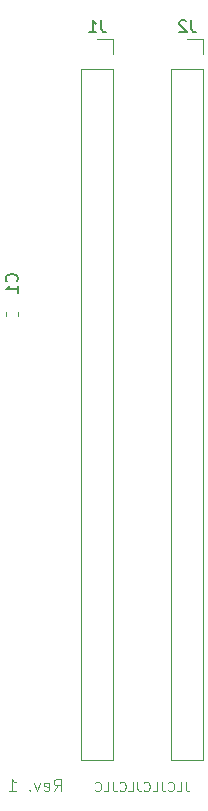
<source format=gbr>
G04 #@! TF.GenerationSoftware,KiCad,Pcbnew,9.0.6-9.0.6~ubuntu25.10.1*
G04 #@! TF.CreationDate,2025-12-24T11:00:37+09:00*
G04 #@! TF.ProjectId,bionic-z8002,62696f6e-6963-42d7-9a38-3030322e6b69,1*
G04 #@! TF.SameCoordinates,Original*
G04 #@! TF.FileFunction,Legend,Bot*
G04 #@! TF.FilePolarity,Positive*
%FSLAX46Y46*%
G04 Gerber Fmt 4.6, Leading zero omitted, Abs format (unit mm)*
G04 Created by KiCad (PCBNEW 9.0.6-9.0.6~ubuntu25.10.1) date 2025-12-24 11:00:37*
%MOMM*%
%LPD*%
G01*
G04 APERTURE LIST*
%ADD10C,0.100000*%
%ADD11C,0.150000*%
%ADD12C,0.120000*%
G04 APERTURE END LIST*
D10*
X106220687Y-137436419D02*
X106554020Y-136960228D01*
X106792115Y-137436419D02*
X106792115Y-136436419D01*
X106792115Y-136436419D02*
X106411163Y-136436419D01*
X106411163Y-136436419D02*
X106315925Y-136484038D01*
X106315925Y-136484038D02*
X106268306Y-136531657D01*
X106268306Y-136531657D02*
X106220687Y-136626895D01*
X106220687Y-136626895D02*
X106220687Y-136769752D01*
X106220687Y-136769752D02*
X106268306Y-136864990D01*
X106268306Y-136864990D02*
X106315925Y-136912609D01*
X106315925Y-136912609D02*
X106411163Y-136960228D01*
X106411163Y-136960228D02*
X106792115Y-136960228D01*
X105411163Y-137388800D02*
X105506401Y-137436419D01*
X105506401Y-137436419D02*
X105696877Y-137436419D01*
X105696877Y-137436419D02*
X105792115Y-137388800D01*
X105792115Y-137388800D02*
X105839734Y-137293561D01*
X105839734Y-137293561D02*
X105839734Y-136912609D01*
X105839734Y-136912609D02*
X105792115Y-136817371D01*
X105792115Y-136817371D02*
X105696877Y-136769752D01*
X105696877Y-136769752D02*
X105506401Y-136769752D01*
X105506401Y-136769752D02*
X105411163Y-136817371D01*
X105411163Y-136817371D02*
X105363544Y-136912609D01*
X105363544Y-136912609D02*
X105363544Y-137007847D01*
X105363544Y-137007847D02*
X105839734Y-137103085D01*
X105030210Y-136769752D02*
X104792115Y-137436419D01*
X104792115Y-137436419D02*
X104554020Y-136769752D01*
X104173067Y-137341180D02*
X104125448Y-137388800D01*
X104125448Y-137388800D02*
X104173067Y-137436419D01*
X104173067Y-137436419D02*
X104220686Y-137388800D01*
X104220686Y-137388800D02*
X104173067Y-137341180D01*
X104173067Y-137341180D02*
X104173067Y-137436419D01*
X102411163Y-137436419D02*
X102982591Y-137436419D01*
X102696877Y-137436419D02*
X102696877Y-136436419D01*
X102696877Y-136436419D02*
X102792115Y-136579276D01*
X102792115Y-136579276D02*
X102887353Y-136674514D01*
X102887353Y-136674514D02*
X102982591Y-136722133D01*
X117395238Y-136660895D02*
X117395238Y-137232323D01*
X117395238Y-137232323D02*
X117433333Y-137346609D01*
X117433333Y-137346609D02*
X117509524Y-137422800D01*
X117509524Y-137422800D02*
X117623809Y-137460895D01*
X117623809Y-137460895D02*
X117700000Y-137460895D01*
X116633333Y-137460895D02*
X117014285Y-137460895D01*
X117014285Y-137460895D02*
X117014285Y-136660895D01*
X115909523Y-137384704D02*
X115947619Y-137422800D01*
X115947619Y-137422800D02*
X116061904Y-137460895D01*
X116061904Y-137460895D02*
X116138095Y-137460895D01*
X116138095Y-137460895D02*
X116252381Y-137422800D01*
X116252381Y-137422800D02*
X116328571Y-137346609D01*
X116328571Y-137346609D02*
X116366666Y-137270419D01*
X116366666Y-137270419D02*
X116404762Y-137118038D01*
X116404762Y-137118038D02*
X116404762Y-137003752D01*
X116404762Y-137003752D02*
X116366666Y-136851371D01*
X116366666Y-136851371D02*
X116328571Y-136775180D01*
X116328571Y-136775180D02*
X116252381Y-136698990D01*
X116252381Y-136698990D02*
X116138095Y-136660895D01*
X116138095Y-136660895D02*
X116061904Y-136660895D01*
X116061904Y-136660895D02*
X115947619Y-136698990D01*
X115947619Y-136698990D02*
X115909523Y-136737085D01*
X115338095Y-136660895D02*
X115338095Y-137232323D01*
X115338095Y-137232323D02*
X115376190Y-137346609D01*
X115376190Y-137346609D02*
X115452381Y-137422800D01*
X115452381Y-137422800D02*
X115566666Y-137460895D01*
X115566666Y-137460895D02*
X115642857Y-137460895D01*
X114576190Y-137460895D02*
X114957142Y-137460895D01*
X114957142Y-137460895D02*
X114957142Y-136660895D01*
X113852380Y-137384704D02*
X113890476Y-137422800D01*
X113890476Y-137422800D02*
X114004761Y-137460895D01*
X114004761Y-137460895D02*
X114080952Y-137460895D01*
X114080952Y-137460895D02*
X114195238Y-137422800D01*
X114195238Y-137422800D02*
X114271428Y-137346609D01*
X114271428Y-137346609D02*
X114309523Y-137270419D01*
X114309523Y-137270419D02*
X114347619Y-137118038D01*
X114347619Y-137118038D02*
X114347619Y-137003752D01*
X114347619Y-137003752D02*
X114309523Y-136851371D01*
X114309523Y-136851371D02*
X114271428Y-136775180D01*
X114271428Y-136775180D02*
X114195238Y-136698990D01*
X114195238Y-136698990D02*
X114080952Y-136660895D01*
X114080952Y-136660895D02*
X114004761Y-136660895D01*
X114004761Y-136660895D02*
X113890476Y-136698990D01*
X113890476Y-136698990D02*
X113852380Y-136737085D01*
X113280952Y-136660895D02*
X113280952Y-137232323D01*
X113280952Y-137232323D02*
X113319047Y-137346609D01*
X113319047Y-137346609D02*
X113395238Y-137422800D01*
X113395238Y-137422800D02*
X113509523Y-137460895D01*
X113509523Y-137460895D02*
X113585714Y-137460895D01*
X112519047Y-137460895D02*
X112899999Y-137460895D01*
X112899999Y-137460895D02*
X112899999Y-136660895D01*
X111795237Y-137384704D02*
X111833333Y-137422800D01*
X111833333Y-137422800D02*
X111947618Y-137460895D01*
X111947618Y-137460895D02*
X112023809Y-137460895D01*
X112023809Y-137460895D02*
X112138095Y-137422800D01*
X112138095Y-137422800D02*
X112214285Y-137346609D01*
X112214285Y-137346609D02*
X112252380Y-137270419D01*
X112252380Y-137270419D02*
X112290476Y-137118038D01*
X112290476Y-137118038D02*
X112290476Y-137003752D01*
X112290476Y-137003752D02*
X112252380Y-136851371D01*
X112252380Y-136851371D02*
X112214285Y-136775180D01*
X112214285Y-136775180D02*
X112138095Y-136698990D01*
X112138095Y-136698990D02*
X112023809Y-136660895D01*
X112023809Y-136660895D02*
X111947618Y-136660895D01*
X111947618Y-136660895D02*
X111833333Y-136698990D01*
X111833333Y-136698990D02*
X111795237Y-136737085D01*
X111223809Y-136660895D02*
X111223809Y-137232323D01*
X111223809Y-137232323D02*
X111261904Y-137346609D01*
X111261904Y-137346609D02*
X111338095Y-137422800D01*
X111338095Y-137422800D02*
X111452380Y-137460895D01*
X111452380Y-137460895D02*
X111528571Y-137460895D01*
X110461904Y-137460895D02*
X110842856Y-137460895D01*
X110842856Y-137460895D02*
X110842856Y-136660895D01*
X109738094Y-137384704D02*
X109776190Y-137422800D01*
X109776190Y-137422800D02*
X109890475Y-137460895D01*
X109890475Y-137460895D02*
X109966666Y-137460895D01*
X109966666Y-137460895D02*
X110080952Y-137422800D01*
X110080952Y-137422800D02*
X110157142Y-137346609D01*
X110157142Y-137346609D02*
X110195237Y-137270419D01*
X110195237Y-137270419D02*
X110233333Y-137118038D01*
X110233333Y-137118038D02*
X110233333Y-137003752D01*
X110233333Y-137003752D02*
X110195237Y-136851371D01*
X110195237Y-136851371D02*
X110157142Y-136775180D01*
X110157142Y-136775180D02*
X110080952Y-136698990D01*
X110080952Y-136698990D02*
X109966666Y-136660895D01*
X109966666Y-136660895D02*
X109890475Y-136660895D01*
X109890475Y-136660895D02*
X109776190Y-136698990D01*
X109776190Y-136698990D02*
X109738094Y-136737085D01*
D11*
X117843333Y-72204819D02*
X117843333Y-72919104D01*
X117843333Y-72919104D02*
X117890952Y-73061961D01*
X117890952Y-73061961D02*
X117986190Y-73157200D01*
X117986190Y-73157200D02*
X118129047Y-73204819D01*
X118129047Y-73204819D02*
X118224285Y-73204819D01*
X117414761Y-72300057D02*
X117367142Y-72252438D01*
X117367142Y-72252438D02*
X117271904Y-72204819D01*
X117271904Y-72204819D02*
X117033809Y-72204819D01*
X117033809Y-72204819D02*
X116938571Y-72252438D01*
X116938571Y-72252438D02*
X116890952Y-72300057D01*
X116890952Y-72300057D02*
X116843333Y-72395295D01*
X116843333Y-72395295D02*
X116843333Y-72490533D01*
X116843333Y-72490533D02*
X116890952Y-72633390D01*
X116890952Y-72633390D02*
X117462380Y-73204819D01*
X117462380Y-73204819D02*
X116843333Y-73204819D01*
X110223333Y-72204819D02*
X110223333Y-72919104D01*
X110223333Y-72919104D02*
X110270952Y-73061961D01*
X110270952Y-73061961D02*
X110366190Y-73157200D01*
X110366190Y-73157200D02*
X110509047Y-73204819D01*
X110509047Y-73204819D02*
X110604285Y-73204819D01*
X109223333Y-73204819D02*
X109794761Y-73204819D01*
X109509047Y-73204819D02*
X109509047Y-72204819D01*
X109509047Y-72204819D02*
X109604285Y-72347676D01*
X109604285Y-72347676D02*
X109699523Y-72442914D01*
X109699523Y-72442914D02*
X109794761Y-72490533D01*
X103061380Y-94294633D02*
X103109000Y-94247014D01*
X103109000Y-94247014D02*
X103156619Y-94104157D01*
X103156619Y-94104157D02*
X103156619Y-94008919D01*
X103156619Y-94008919D02*
X103109000Y-93866062D01*
X103109000Y-93866062D02*
X103013761Y-93770824D01*
X103013761Y-93770824D02*
X102918523Y-93723205D01*
X102918523Y-93723205D02*
X102728047Y-93675586D01*
X102728047Y-93675586D02*
X102585190Y-93675586D01*
X102585190Y-93675586D02*
X102394714Y-93723205D01*
X102394714Y-93723205D02*
X102299476Y-93770824D01*
X102299476Y-93770824D02*
X102204238Y-93866062D01*
X102204238Y-93866062D02*
X102156619Y-94008919D01*
X102156619Y-94008919D02*
X102156619Y-94104157D01*
X102156619Y-94104157D02*
X102204238Y-94247014D01*
X102204238Y-94247014D02*
X102251857Y-94294633D01*
X103156619Y-95247014D02*
X103156619Y-94675586D01*
X103156619Y-94961300D02*
X102156619Y-94961300D01*
X102156619Y-94961300D02*
X102299476Y-94866062D01*
X102299476Y-94866062D02*
X102394714Y-94770824D01*
X102394714Y-94770824D02*
X102442333Y-94675586D01*
D12*
X118840000Y-73750000D02*
X117510000Y-73750000D01*
X118840000Y-75080000D02*
X118840000Y-73750000D01*
X118840000Y-76350000D02*
X118840000Y-134830000D01*
X118840000Y-76350000D02*
X116180000Y-76350000D01*
X118840000Y-134830000D02*
X116180000Y-134830000D01*
X116180000Y-76350000D02*
X116180000Y-134830000D01*
X111220000Y-73750000D02*
X109890000Y-73750000D01*
X111220000Y-75080000D02*
X111220000Y-73750000D01*
X111220000Y-76350000D02*
X111220000Y-134830000D01*
X111220000Y-76350000D02*
X108560000Y-76350000D01*
X111220000Y-134830000D02*
X108560000Y-134830000D01*
X108560000Y-76350000D02*
X108560000Y-134830000D01*
X102191800Y-96905833D02*
X102191800Y-97198367D01*
X103211800Y-96905833D02*
X103211800Y-97198367D01*
M02*

</source>
